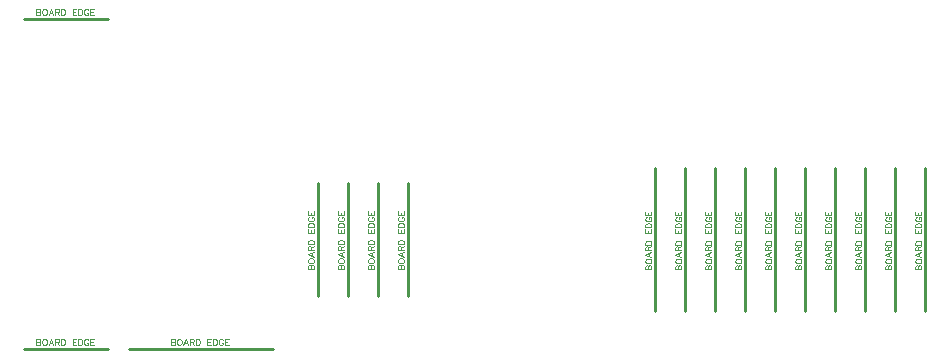
<source format=gbr>
G04 DipTrace 3.3.1.3*
G04 TopAssy.gbr*
%MOIN*%
G04 #@! TF.FileFunction,Drawing,Top*
G04 #@! TF.Part,Single*
%ADD10C,0.009843*%
%ADD69C,0.003088*%
%FSLAX26Y26*%
G04*
G70*
G90*
G75*
G01*
G04 TopAssy*
%LPD*%
X454331Y2253546D2*
D10*
X733071D1*
X804331Y1153546D2*
X1283071D1*
X3158856Y1279331D2*
Y1758071D1*
X3058856Y1279331D2*
Y1758071D1*
X2958856Y1279331D2*
Y1758071D1*
X2858856Y1279331D2*
Y1758071D1*
X2758856Y1279331D2*
Y1758071D1*
X2658856Y1279331D2*
Y1758071D1*
X2558856Y1279331D2*
Y1758071D1*
X3258856Y1279331D2*
Y1758071D1*
X3358856Y1279331D2*
Y1758071D1*
X3458856Y1279331D2*
Y1758071D1*
X1433856Y1329331D2*
Y1708071D1*
X1533856Y1329331D2*
Y1708071D1*
X1633856Y1329331D2*
Y1708071D1*
X1733856Y1329331D2*
Y1708071D1*
X454331Y1153546D2*
X733071D1*
X495233Y2286917D2*
D69*
Y2266821D1*
X503855D1*
X506729Y2267794D1*
X507679Y2268745D1*
X508630Y2270646D1*
Y2273520D1*
X507679Y2275443D1*
X506729Y2276394D1*
X503855Y2277345D1*
X506729Y2278317D1*
X507679Y2279268D1*
X508630Y2281169D1*
Y2283093D1*
X507679Y2284994D1*
X506729Y2285967D1*
X503855Y2286917D1*
X495233D1*
Y2277345D2*
X503855D1*
X520554Y2286917D2*
X518630Y2285967D1*
X516729Y2284043D1*
X515756Y2282142D1*
X514806Y2279268D1*
Y2274471D1*
X515756Y2271619D1*
X516729Y2269695D1*
X518630Y2267794D1*
X520554Y2266821D1*
X524378D1*
X526280Y2267794D1*
X528203Y2269695D1*
X529154Y2271619D1*
X530104Y2274471D1*
Y2279268D1*
X529154Y2282142D1*
X528203Y2284043D1*
X526280Y2285967D1*
X524378Y2286917D1*
X520554D1*
X551601Y2266821D2*
X543929Y2286917D1*
X536280Y2266821D1*
X539154Y2273520D2*
X548727D1*
X557776Y2277345D2*
X566376D1*
X569250Y2278317D1*
X570223Y2279268D1*
X571174Y2281169D1*
Y2283093D1*
X570223Y2284994D1*
X569250Y2285967D1*
X566376Y2286917D1*
X557776D1*
Y2266821D1*
X564475Y2277345D2*
X571174Y2266821D1*
X577350Y2286917D2*
Y2266821D1*
X584048D1*
X586922Y2267794D1*
X588846Y2269695D1*
X589796Y2271619D1*
X590747Y2274471D1*
Y2279268D1*
X589796Y2282142D1*
X588846Y2284043D1*
X586922Y2285967D1*
X584048Y2286917D1*
X577350D1*
X628788D2*
X616363D1*
Y2266821D1*
X628788D1*
X616363Y2277345D2*
X624012D1*
X634963Y2286917D2*
Y2266821D1*
X641662D1*
X644536Y2267794D1*
X646459Y2269695D1*
X647410Y2271619D1*
X648361Y2274471D1*
Y2279268D1*
X647410Y2282142D1*
X646459Y2284043D1*
X644536Y2285967D1*
X641662Y2286917D1*
X634963D1*
X668884Y2282142D2*
X667934Y2284043D1*
X666010Y2285967D1*
X664109Y2286917D1*
X660284D1*
X658361Y2285967D1*
X656460Y2284043D1*
X655487Y2282142D1*
X654536Y2279268D1*
Y2274471D1*
X655487Y2271619D1*
X656460Y2269695D1*
X658361Y2267794D1*
X660284Y2266821D1*
X664109D1*
X666010Y2267794D1*
X667934Y2269695D1*
X668884Y2271619D1*
Y2274471D1*
X664109D1*
X687485Y2286917D2*
X675060D1*
Y2266821D1*
X687485D1*
X675060Y2277345D2*
X682709D1*
X944278Y1186917D2*
Y1166821D1*
X952900D1*
X955774Y1167794D1*
X956725Y1168745D1*
X957676Y1170646D1*
Y1173520D1*
X956725Y1175443D1*
X955774Y1176394D1*
X952900Y1177345D1*
X955774Y1178317D1*
X956725Y1179268D1*
X957676Y1181169D1*
Y1183093D1*
X956725Y1184994D1*
X955774Y1185967D1*
X952900Y1186917D1*
X944278D1*
Y1177345D2*
X952900D1*
X969599Y1186917D2*
X967676Y1185967D1*
X965775Y1184043D1*
X964802Y1182142D1*
X963851Y1179268D1*
Y1174471D1*
X964802Y1171619D1*
X965775Y1169695D1*
X967676Y1167794D1*
X969599Y1166821D1*
X973424D1*
X975325Y1167794D1*
X977249Y1169695D1*
X978199Y1171619D1*
X979150Y1174471D1*
Y1179268D1*
X978199Y1182142D1*
X977249Y1184043D1*
X975325Y1185967D1*
X973424Y1186917D1*
X969599D1*
X1000646Y1166821D2*
X992975Y1186917D1*
X985326Y1166821D1*
X988200Y1173520D2*
X997772D1*
X1006822Y1177345D2*
X1015422D1*
X1018296Y1178317D1*
X1019269Y1179268D1*
X1020220Y1181169D1*
Y1183093D1*
X1019269Y1184994D1*
X1018296Y1185967D1*
X1015422Y1186917D1*
X1006822D1*
Y1166821D1*
X1013521Y1177345D2*
X1020220Y1166821D1*
X1026395Y1186917D2*
Y1166821D1*
X1033094D1*
X1035968Y1167794D1*
X1037891Y1169695D1*
X1038842Y1171619D1*
X1039793Y1174471D1*
Y1179268D1*
X1038842Y1182142D1*
X1037891Y1184043D1*
X1035968Y1185967D1*
X1033094Y1186917D1*
X1026395D1*
X1077833D2*
X1065409D1*
Y1166821D1*
X1077833D1*
X1065409Y1177345D2*
X1073058D1*
X1084009Y1186917D2*
Y1166821D1*
X1090708D1*
X1093582Y1167794D1*
X1095505Y1169695D1*
X1096456Y1171619D1*
X1097406Y1174471D1*
Y1179268D1*
X1096456Y1182142D1*
X1095505Y1184043D1*
X1093582Y1185967D1*
X1090708Y1186917D1*
X1084009D1*
X1117930Y1182142D2*
X1116979Y1184043D1*
X1115056Y1185967D1*
X1113155Y1186917D1*
X1109330D1*
X1107407Y1185967D1*
X1105505Y1184043D1*
X1104533Y1182142D1*
X1103582Y1179268D1*
Y1174471D1*
X1104533Y1171619D1*
X1105505Y1169695D1*
X1107407Y1167794D1*
X1109330Y1166821D1*
X1113155D1*
X1115056Y1167794D1*
X1116979Y1169695D1*
X1117930Y1171619D1*
Y1174471D1*
X1113155D1*
X1136530Y1186917D2*
X1124106D1*
Y1166821D1*
X1136530D1*
X1124106Y1177345D2*
X1131755D1*
X3125484Y1419279D2*
X3145580D1*
Y1427901D1*
X3144608Y1430775D1*
X3143657Y1431725D1*
X3141756Y1432676D1*
X3138882D1*
X3136958Y1431725D1*
X3136008Y1430775D1*
X3135057Y1427901D1*
X3134084Y1430775D1*
X3133134Y1431725D1*
X3131232Y1432676D1*
X3129309D1*
X3127408Y1431725D1*
X3126435Y1430775D1*
X3125484Y1427901D1*
Y1419279D1*
X3135057D2*
Y1427901D1*
X3125484Y1444600D2*
X3126435Y1442676D1*
X3128358Y1440775D1*
X3130260Y1439802D1*
X3133134Y1438852D1*
X3137931Y1438851D1*
X3140783Y1439802D1*
X3142706Y1440775D1*
X3144608Y1442676D1*
X3145580Y1444599D1*
Y1448424D1*
X3144608Y1450325D1*
X3142706Y1452249D1*
X3140783Y1453199D1*
X3137931Y1454150D1*
X3133134D1*
X3130260Y1453199D1*
X3128358Y1452249D1*
X3126435Y1450325D1*
X3125484Y1448424D1*
Y1444600D1*
X3145580Y1475646D2*
X3125484Y1467975D1*
X3145580Y1460326D1*
X3138882Y1463200D2*
Y1472772D1*
X3135057Y1481822D2*
Y1490422D1*
X3134084Y1493296D1*
X3133134Y1494269D1*
X3131232Y1495220D1*
X3129309D1*
X3127408Y1494269D1*
X3126435Y1493296D1*
X3125484Y1490422D1*
Y1481822D1*
X3145580D1*
X3135057Y1488521D2*
X3145580Y1495220D1*
X3125484Y1501395D2*
X3145580D1*
Y1508094D1*
X3144608Y1510968D1*
X3142706Y1512891D1*
X3140783Y1513842D1*
X3137931Y1514793D1*
X3133134D1*
X3130260Y1513842D1*
X3128358Y1512891D1*
X3126435Y1510968D1*
X3125484Y1508094D1*
Y1501395D1*
Y1552833D2*
Y1540409D1*
X3145580D1*
Y1552833D1*
X3135057Y1540409D2*
Y1548058D1*
X3125484Y1559009D2*
X3145580D1*
Y1565708D1*
X3144608Y1568582D1*
X3142706Y1570505D1*
X3140783Y1571456D1*
X3137931Y1572406D1*
X3133134D1*
X3130260Y1571456D1*
X3128358Y1570505D1*
X3126435Y1568582D1*
X3125484Y1565708D1*
Y1559009D1*
X3130260Y1592930D2*
X3128358Y1591979D1*
X3126435Y1590056D1*
X3125484Y1588155D1*
Y1584330D1*
X3126435Y1582407D1*
X3128358Y1580505D1*
X3130260Y1579533D1*
X3133134Y1578582D1*
X3137931D1*
X3140783Y1579533D1*
X3142706Y1580505D1*
X3144608Y1582407D1*
X3145580Y1584330D1*
Y1588155D1*
X3144608Y1590056D1*
X3142706Y1591979D1*
X3140783Y1592930D1*
X3137931D1*
Y1588155D1*
X3125484Y1611530D2*
Y1599106D1*
X3145580D1*
Y1611530D1*
X3135057Y1599106D2*
Y1606755D1*
X3025484Y1419279D2*
X3045580D1*
Y1427901D1*
X3044608Y1430775D1*
X3043657Y1431725D1*
X3041756Y1432676D1*
X3038882D1*
X3036958Y1431725D1*
X3036008Y1430775D1*
X3035057Y1427901D1*
X3034084Y1430775D1*
X3033134Y1431725D1*
X3031232Y1432676D1*
X3029309D1*
X3027408Y1431725D1*
X3026435Y1430775D1*
X3025484Y1427901D1*
Y1419279D1*
X3035057D2*
Y1427901D1*
X3025484Y1444600D2*
X3026435Y1442676D1*
X3028358Y1440775D1*
X3030260Y1439802D1*
X3033134Y1438852D1*
X3037931Y1438851D1*
X3040783Y1439802D1*
X3042706Y1440775D1*
X3044608Y1442676D1*
X3045580Y1444599D1*
Y1448424D1*
X3044608Y1450325D1*
X3042706Y1452249D1*
X3040783Y1453199D1*
X3037931Y1454150D1*
X3033134D1*
X3030260Y1453199D1*
X3028358Y1452249D1*
X3026435Y1450325D1*
X3025484Y1448424D1*
Y1444600D1*
X3045580Y1475646D2*
X3025484Y1467975D1*
X3045580Y1460326D1*
X3038882Y1463200D2*
Y1472772D1*
X3035057Y1481822D2*
Y1490422D1*
X3034084Y1493296D1*
X3033134Y1494269D1*
X3031232Y1495220D1*
X3029309D1*
X3027408Y1494269D1*
X3026435Y1493296D1*
X3025484Y1490422D1*
Y1481822D1*
X3045580D1*
X3035057Y1488521D2*
X3045580Y1495220D1*
X3025484Y1501395D2*
X3045580D1*
Y1508094D1*
X3044608Y1510968D1*
X3042706Y1512891D1*
X3040783Y1513842D1*
X3037931Y1514793D1*
X3033134D1*
X3030260Y1513842D1*
X3028358Y1512891D1*
X3026435Y1510968D1*
X3025484Y1508094D1*
Y1501395D1*
Y1552833D2*
Y1540409D1*
X3045580D1*
Y1552833D1*
X3035057Y1540409D2*
Y1548058D1*
X3025484Y1559009D2*
X3045580D1*
Y1565708D1*
X3044608Y1568582D1*
X3042706Y1570505D1*
X3040783Y1571456D1*
X3037931Y1572406D1*
X3033134D1*
X3030260Y1571456D1*
X3028358Y1570505D1*
X3026435Y1568582D1*
X3025484Y1565708D1*
Y1559009D1*
X3030260Y1592930D2*
X3028358Y1591979D1*
X3026435Y1590056D1*
X3025484Y1588155D1*
Y1584330D1*
X3026435Y1582407D1*
X3028358Y1580505D1*
X3030260Y1579533D1*
X3033134Y1578582D1*
X3037931D1*
X3040783Y1579533D1*
X3042706Y1580505D1*
X3044608Y1582407D1*
X3045580Y1584330D1*
Y1588155D1*
X3044608Y1590056D1*
X3042706Y1591979D1*
X3040783Y1592930D1*
X3037931D1*
Y1588155D1*
X3025484Y1611530D2*
Y1599106D1*
X3045580D1*
Y1611530D1*
X3035057Y1599106D2*
Y1606755D1*
X2925484Y1419279D2*
X2945580D1*
Y1427901D1*
X2944608Y1430775D1*
X2943657Y1431725D1*
X2941756Y1432676D1*
X2938882D1*
X2936958Y1431725D1*
X2936008Y1430775D1*
X2935057Y1427901D1*
X2934084Y1430775D1*
X2933134Y1431725D1*
X2931232Y1432676D1*
X2929309D1*
X2927408Y1431725D1*
X2926435Y1430775D1*
X2925484Y1427901D1*
Y1419279D1*
X2935057D2*
Y1427901D1*
X2925484Y1444600D2*
X2926435Y1442676D1*
X2928358Y1440775D1*
X2930260Y1439802D1*
X2933134Y1438852D1*
X2937931Y1438851D1*
X2940783Y1439802D1*
X2942706Y1440775D1*
X2944608Y1442676D1*
X2945580Y1444599D1*
Y1448424D1*
X2944608Y1450325D1*
X2942706Y1452249D1*
X2940783Y1453199D1*
X2937931Y1454150D1*
X2933134D1*
X2930260Y1453199D1*
X2928358Y1452249D1*
X2926435Y1450325D1*
X2925484Y1448424D1*
Y1444600D1*
X2945580Y1475646D2*
X2925484Y1467975D1*
X2945580Y1460326D1*
X2938882Y1463200D2*
Y1472772D1*
X2935057Y1481822D2*
Y1490422D1*
X2934084Y1493296D1*
X2933134Y1494269D1*
X2931232Y1495220D1*
X2929309D1*
X2927408Y1494269D1*
X2926435Y1493296D1*
X2925484Y1490422D1*
Y1481822D1*
X2945580D1*
X2935057Y1488521D2*
X2945580Y1495220D1*
X2925484Y1501395D2*
X2945580D1*
Y1508094D1*
X2944608Y1510968D1*
X2942706Y1512891D1*
X2940783Y1513842D1*
X2937931Y1514793D1*
X2933134D1*
X2930260Y1513842D1*
X2928358Y1512891D1*
X2926435Y1510968D1*
X2925484Y1508094D1*
Y1501395D1*
Y1552833D2*
Y1540409D1*
X2945580D1*
Y1552833D1*
X2935057Y1540409D2*
Y1548058D1*
X2925484Y1559009D2*
X2945580D1*
Y1565708D1*
X2944608Y1568582D1*
X2942706Y1570505D1*
X2940783Y1571456D1*
X2937931Y1572406D1*
X2933134D1*
X2930260Y1571456D1*
X2928358Y1570505D1*
X2926435Y1568582D1*
X2925484Y1565708D1*
Y1559009D1*
X2930260Y1592930D2*
X2928358Y1591979D1*
X2926435Y1590056D1*
X2925484Y1588155D1*
Y1584330D1*
X2926435Y1582407D1*
X2928358Y1580505D1*
X2930260Y1579533D1*
X2933134Y1578582D1*
X2937931D1*
X2940783Y1579533D1*
X2942706Y1580505D1*
X2944608Y1582407D1*
X2945580Y1584330D1*
Y1588155D1*
X2944608Y1590056D1*
X2942706Y1591979D1*
X2940783Y1592930D1*
X2937931D1*
Y1588155D1*
X2925484Y1611530D2*
Y1599106D1*
X2945580D1*
Y1611530D1*
X2935057Y1599106D2*
Y1606755D1*
X2825484Y1419279D2*
X2845580D1*
Y1427901D1*
X2844608Y1430775D1*
X2843657Y1431725D1*
X2841756Y1432676D1*
X2838882D1*
X2836958Y1431725D1*
X2836008Y1430775D1*
X2835057Y1427901D1*
X2834084Y1430775D1*
X2833134Y1431725D1*
X2831232Y1432676D1*
X2829309D1*
X2827408Y1431725D1*
X2826435Y1430775D1*
X2825484Y1427901D1*
Y1419279D1*
X2835057D2*
Y1427901D1*
X2825484Y1444600D2*
X2826435Y1442676D1*
X2828358Y1440775D1*
X2830260Y1439802D1*
X2833134Y1438852D1*
X2837931Y1438851D1*
X2840783Y1439802D1*
X2842706Y1440775D1*
X2844608Y1442676D1*
X2845580Y1444599D1*
Y1448424D1*
X2844608Y1450325D1*
X2842706Y1452249D1*
X2840783Y1453199D1*
X2837931Y1454150D1*
X2833134D1*
X2830260Y1453199D1*
X2828358Y1452249D1*
X2826435Y1450325D1*
X2825484Y1448424D1*
Y1444600D1*
X2845580Y1475646D2*
X2825484Y1467975D1*
X2845580Y1460326D1*
X2838882Y1463200D2*
Y1472772D1*
X2835057Y1481822D2*
Y1490422D1*
X2834084Y1493296D1*
X2833134Y1494269D1*
X2831232Y1495220D1*
X2829309D1*
X2827408Y1494269D1*
X2826435Y1493296D1*
X2825484Y1490422D1*
Y1481822D1*
X2845580D1*
X2835057Y1488521D2*
X2845580Y1495220D1*
X2825484Y1501395D2*
X2845580D1*
Y1508094D1*
X2844608Y1510968D1*
X2842706Y1512891D1*
X2840783Y1513842D1*
X2837931Y1514793D1*
X2833134D1*
X2830260Y1513842D1*
X2828358Y1512891D1*
X2826435Y1510968D1*
X2825484Y1508094D1*
Y1501395D1*
Y1552833D2*
Y1540409D1*
X2845580D1*
Y1552833D1*
X2835057Y1540409D2*
Y1548058D1*
X2825484Y1559009D2*
X2845580D1*
Y1565708D1*
X2844608Y1568582D1*
X2842706Y1570505D1*
X2840783Y1571456D1*
X2837931Y1572406D1*
X2833134D1*
X2830260Y1571456D1*
X2828358Y1570505D1*
X2826435Y1568582D1*
X2825484Y1565708D1*
Y1559009D1*
X2830260Y1592930D2*
X2828358Y1591979D1*
X2826435Y1590056D1*
X2825484Y1588155D1*
Y1584330D1*
X2826435Y1582407D1*
X2828358Y1580505D1*
X2830260Y1579533D1*
X2833134Y1578582D1*
X2837931D1*
X2840783Y1579533D1*
X2842706Y1580505D1*
X2844608Y1582407D1*
X2845580Y1584330D1*
Y1588155D1*
X2844608Y1590056D1*
X2842706Y1591979D1*
X2840783Y1592930D1*
X2837931D1*
Y1588155D1*
X2825484Y1611530D2*
Y1599106D1*
X2845580D1*
Y1611530D1*
X2835057Y1599106D2*
Y1606755D1*
X2725484Y1419279D2*
X2745580D1*
Y1427901D1*
X2744608Y1430775D1*
X2743657Y1431725D1*
X2741756Y1432676D1*
X2738882D1*
X2736958Y1431725D1*
X2736008Y1430775D1*
X2735057Y1427901D1*
X2734084Y1430775D1*
X2733134Y1431725D1*
X2731232Y1432676D1*
X2729309D1*
X2727408Y1431725D1*
X2726435Y1430775D1*
X2725484Y1427901D1*
Y1419279D1*
X2735057D2*
Y1427901D1*
X2725484Y1444600D2*
X2726435Y1442676D1*
X2728358Y1440775D1*
X2730260Y1439802D1*
X2733134Y1438852D1*
X2737931Y1438851D1*
X2740783Y1439802D1*
X2742706Y1440775D1*
X2744608Y1442676D1*
X2745580Y1444599D1*
Y1448424D1*
X2744608Y1450325D1*
X2742706Y1452249D1*
X2740783Y1453199D1*
X2737931Y1454150D1*
X2733134D1*
X2730260Y1453199D1*
X2728358Y1452249D1*
X2726435Y1450325D1*
X2725484Y1448424D1*
Y1444600D1*
X2745580Y1475646D2*
X2725484Y1467975D1*
X2745580Y1460326D1*
X2738882Y1463200D2*
Y1472772D1*
X2735057Y1481822D2*
Y1490422D1*
X2734084Y1493296D1*
X2733134Y1494269D1*
X2731232Y1495220D1*
X2729309D1*
X2727408Y1494269D1*
X2726435Y1493296D1*
X2725484Y1490422D1*
Y1481822D1*
X2745580D1*
X2735057Y1488521D2*
X2745580Y1495220D1*
X2725484Y1501395D2*
X2745580D1*
Y1508094D1*
X2744608Y1510968D1*
X2742706Y1512891D1*
X2740783Y1513842D1*
X2737931Y1514793D1*
X2733134D1*
X2730260Y1513842D1*
X2728358Y1512891D1*
X2726435Y1510968D1*
X2725484Y1508094D1*
Y1501395D1*
Y1552833D2*
Y1540409D1*
X2745580D1*
Y1552833D1*
X2735057Y1540409D2*
Y1548058D1*
X2725484Y1559009D2*
X2745580D1*
Y1565708D1*
X2744608Y1568582D1*
X2742706Y1570505D1*
X2740783Y1571456D1*
X2737931Y1572406D1*
X2733134D1*
X2730260Y1571456D1*
X2728358Y1570505D1*
X2726435Y1568582D1*
X2725484Y1565708D1*
Y1559009D1*
X2730260Y1592930D2*
X2728358Y1591979D1*
X2726435Y1590056D1*
X2725484Y1588155D1*
Y1584330D1*
X2726435Y1582407D1*
X2728358Y1580505D1*
X2730260Y1579533D1*
X2733134Y1578582D1*
X2737931D1*
X2740783Y1579533D1*
X2742706Y1580505D1*
X2744608Y1582407D1*
X2745580Y1584330D1*
Y1588155D1*
X2744608Y1590056D1*
X2742706Y1591979D1*
X2740783Y1592930D1*
X2737931D1*
Y1588155D1*
X2725484Y1611530D2*
Y1599106D1*
X2745580D1*
Y1611530D1*
X2735057Y1599106D2*
Y1606755D1*
X2625484Y1419279D2*
X2645580D1*
Y1427901D1*
X2644608Y1430775D1*
X2643657Y1431725D1*
X2641756Y1432676D1*
X2638882D1*
X2636958Y1431725D1*
X2636008Y1430775D1*
X2635057Y1427901D1*
X2634084Y1430775D1*
X2633134Y1431725D1*
X2631232Y1432676D1*
X2629309D1*
X2627408Y1431725D1*
X2626435Y1430775D1*
X2625484Y1427901D1*
Y1419279D1*
X2635057D2*
Y1427901D1*
X2625484Y1444600D2*
X2626435Y1442676D1*
X2628358Y1440775D1*
X2630260Y1439802D1*
X2633134Y1438852D1*
X2637931Y1438851D1*
X2640783Y1439802D1*
X2642706Y1440775D1*
X2644608Y1442676D1*
X2645580Y1444599D1*
Y1448424D1*
X2644608Y1450325D1*
X2642706Y1452249D1*
X2640783Y1453199D1*
X2637931Y1454150D1*
X2633134D1*
X2630260Y1453199D1*
X2628358Y1452249D1*
X2626435Y1450325D1*
X2625484Y1448424D1*
Y1444600D1*
X2645580Y1475646D2*
X2625484Y1467975D1*
X2645580Y1460326D1*
X2638882Y1463200D2*
Y1472772D1*
X2635057Y1481822D2*
Y1490422D1*
X2634084Y1493296D1*
X2633134Y1494269D1*
X2631232Y1495220D1*
X2629309D1*
X2627408Y1494269D1*
X2626435Y1493296D1*
X2625484Y1490422D1*
Y1481822D1*
X2645580D1*
X2635057Y1488521D2*
X2645580Y1495220D1*
X2625484Y1501395D2*
X2645580D1*
Y1508094D1*
X2644608Y1510968D1*
X2642706Y1512891D1*
X2640783Y1513842D1*
X2637931Y1514793D1*
X2633134D1*
X2630260Y1513842D1*
X2628358Y1512891D1*
X2626435Y1510968D1*
X2625484Y1508094D1*
Y1501395D1*
Y1552833D2*
Y1540409D1*
X2645580D1*
Y1552833D1*
X2635057Y1540409D2*
Y1548058D1*
X2625484Y1559009D2*
X2645580D1*
Y1565708D1*
X2644608Y1568582D1*
X2642706Y1570505D1*
X2640783Y1571456D1*
X2637931Y1572406D1*
X2633134D1*
X2630260Y1571456D1*
X2628358Y1570505D1*
X2626435Y1568582D1*
X2625484Y1565708D1*
Y1559009D1*
X2630260Y1592930D2*
X2628358Y1591979D1*
X2626435Y1590056D1*
X2625484Y1588155D1*
Y1584330D1*
X2626435Y1582407D1*
X2628358Y1580505D1*
X2630260Y1579533D1*
X2633134Y1578582D1*
X2637931D1*
X2640783Y1579533D1*
X2642706Y1580505D1*
X2644608Y1582407D1*
X2645580Y1584330D1*
Y1588155D1*
X2644608Y1590056D1*
X2642706Y1591979D1*
X2640783Y1592930D1*
X2637931D1*
Y1588155D1*
X2625484Y1611530D2*
Y1599106D1*
X2645580D1*
Y1611530D1*
X2635057Y1599106D2*
Y1606755D1*
X2525484Y1419279D2*
X2545580D1*
Y1427901D1*
X2544608Y1430775D1*
X2543657Y1431725D1*
X2541756Y1432676D1*
X2538882D1*
X2536958Y1431725D1*
X2536008Y1430775D1*
X2535057Y1427901D1*
X2534084Y1430775D1*
X2533134Y1431725D1*
X2531232Y1432676D1*
X2529309D1*
X2527408Y1431725D1*
X2526435Y1430775D1*
X2525484Y1427901D1*
Y1419279D1*
X2535057D2*
Y1427901D1*
X2525484Y1444600D2*
X2526435Y1442676D1*
X2528358Y1440775D1*
X2530260Y1439802D1*
X2533134Y1438852D1*
X2537931Y1438851D1*
X2540783Y1439802D1*
X2542706Y1440775D1*
X2544608Y1442676D1*
X2545580Y1444599D1*
Y1448424D1*
X2544608Y1450325D1*
X2542706Y1452249D1*
X2540783Y1453199D1*
X2537931Y1454150D1*
X2533134D1*
X2530260Y1453199D1*
X2528358Y1452249D1*
X2526435Y1450325D1*
X2525484Y1448424D1*
Y1444600D1*
X2545580Y1475646D2*
X2525484Y1467975D1*
X2545580Y1460326D1*
X2538882Y1463200D2*
Y1472772D1*
X2535057Y1481822D2*
Y1490422D1*
X2534084Y1493296D1*
X2533134Y1494269D1*
X2531232Y1495220D1*
X2529309D1*
X2527408Y1494269D1*
X2526435Y1493296D1*
X2525484Y1490422D1*
Y1481822D1*
X2545580D1*
X2535057Y1488521D2*
X2545580Y1495220D1*
X2525484Y1501395D2*
X2545580D1*
Y1508094D1*
X2544608Y1510968D1*
X2542706Y1512891D1*
X2540783Y1513842D1*
X2537931Y1514793D1*
X2533134D1*
X2530260Y1513842D1*
X2528358Y1512891D1*
X2526435Y1510968D1*
X2525484Y1508094D1*
Y1501395D1*
Y1552833D2*
Y1540409D1*
X2545580D1*
Y1552833D1*
X2535057Y1540409D2*
Y1548058D1*
X2525484Y1559009D2*
X2545580D1*
Y1565708D1*
X2544608Y1568582D1*
X2542706Y1570505D1*
X2540783Y1571456D1*
X2537931Y1572406D1*
X2533134D1*
X2530260Y1571456D1*
X2528358Y1570505D1*
X2526435Y1568582D1*
X2525484Y1565708D1*
Y1559009D1*
X2530260Y1592930D2*
X2528358Y1591979D1*
X2526435Y1590056D1*
X2525484Y1588155D1*
Y1584330D1*
X2526435Y1582407D1*
X2528358Y1580505D1*
X2530260Y1579533D1*
X2533134Y1578582D1*
X2537931D1*
X2540783Y1579533D1*
X2542706Y1580505D1*
X2544608Y1582407D1*
X2545580Y1584330D1*
Y1588155D1*
X2544608Y1590056D1*
X2542706Y1591979D1*
X2540783Y1592930D1*
X2537931D1*
Y1588155D1*
X2525484Y1611530D2*
Y1599106D1*
X2545580D1*
Y1611530D1*
X2535057Y1599106D2*
Y1606755D1*
X3225484Y1419279D2*
X3245580D1*
Y1427901D1*
X3244608Y1430775D1*
X3243657Y1431725D1*
X3241756Y1432676D1*
X3238882D1*
X3236958Y1431725D1*
X3236008Y1430775D1*
X3235057Y1427901D1*
X3234084Y1430775D1*
X3233134Y1431725D1*
X3231232Y1432676D1*
X3229309D1*
X3227408Y1431725D1*
X3226435Y1430775D1*
X3225484Y1427901D1*
Y1419279D1*
X3235057D2*
Y1427901D1*
X3225484Y1444600D2*
X3226435Y1442676D1*
X3228358Y1440775D1*
X3230260Y1439802D1*
X3233134Y1438852D1*
X3237931Y1438851D1*
X3240783Y1439802D1*
X3242706Y1440775D1*
X3244608Y1442676D1*
X3245580Y1444599D1*
Y1448424D1*
X3244608Y1450325D1*
X3242706Y1452249D1*
X3240783Y1453199D1*
X3237931Y1454150D1*
X3233134D1*
X3230260Y1453199D1*
X3228358Y1452249D1*
X3226435Y1450325D1*
X3225484Y1448424D1*
Y1444600D1*
X3245580Y1475646D2*
X3225484Y1467975D1*
X3245580Y1460326D1*
X3238882Y1463200D2*
Y1472772D1*
X3235057Y1481822D2*
Y1490422D1*
X3234084Y1493296D1*
X3233134Y1494269D1*
X3231232Y1495220D1*
X3229309D1*
X3227408Y1494269D1*
X3226435Y1493296D1*
X3225484Y1490422D1*
Y1481822D1*
X3245580D1*
X3235057Y1488521D2*
X3245580Y1495220D1*
X3225484Y1501395D2*
X3245580D1*
Y1508094D1*
X3244608Y1510968D1*
X3242706Y1512891D1*
X3240783Y1513842D1*
X3237931Y1514793D1*
X3233134D1*
X3230260Y1513842D1*
X3228358Y1512891D1*
X3226435Y1510968D1*
X3225484Y1508094D1*
Y1501395D1*
Y1552833D2*
Y1540409D1*
X3245580D1*
Y1552833D1*
X3235057Y1540409D2*
Y1548058D1*
X3225484Y1559009D2*
X3245580D1*
Y1565708D1*
X3244608Y1568582D1*
X3242706Y1570505D1*
X3240783Y1571456D1*
X3237931Y1572406D1*
X3233134D1*
X3230260Y1571456D1*
X3228358Y1570505D1*
X3226435Y1568582D1*
X3225484Y1565708D1*
Y1559009D1*
X3230260Y1592930D2*
X3228358Y1591979D1*
X3226435Y1590056D1*
X3225484Y1588155D1*
Y1584330D1*
X3226435Y1582407D1*
X3228358Y1580505D1*
X3230260Y1579533D1*
X3233134Y1578582D1*
X3237931D1*
X3240783Y1579533D1*
X3242706Y1580505D1*
X3244608Y1582407D1*
X3245580Y1584330D1*
Y1588155D1*
X3244608Y1590056D1*
X3242706Y1591979D1*
X3240783Y1592930D1*
X3237931D1*
Y1588155D1*
X3225484Y1611530D2*
Y1599106D1*
X3245580D1*
Y1611530D1*
X3235057Y1599106D2*
Y1606755D1*
X3325484Y1419279D2*
X3345580D1*
Y1427901D1*
X3344608Y1430775D1*
X3343657Y1431725D1*
X3341756Y1432676D1*
X3338882D1*
X3336958Y1431725D1*
X3336008Y1430775D1*
X3335057Y1427901D1*
X3334084Y1430775D1*
X3333134Y1431725D1*
X3331232Y1432676D1*
X3329309D1*
X3327408Y1431725D1*
X3326435Y1430775D1*
X3325484Y1427901D1*
Y1419279D1*
X3335057D2*
Y1427901D1*
X3325484Y1444600D2*
X3326435Y1442676D1*
X3328358Y1440775D1*
X3330260Y1439802D1*
X3333134Y1438852D1*
X3337931Y1438851D1*
X3340783Y1439802D1*
X3342706Y1440775D1*
X3344608Y1442676D1*
X3345580Y1444599D1*
Y1448424D1*
X3344608Y1450325D1*
X3342706Y1452249D1*
X3340783Y1453199D1*
X3337931Y1454150D1*
X3333134D1*
X3330260Y1453199D1*
X3328358Y1452249D1*
X3326435Y1450325D1*
X3325484Y1448424D1*
Y1444600D1*
X3345580Y1475646D2*
X3325484Y1467975D1*
X3345580Y1460326D1*
X3338882Y1463200D2*
Y1472772D1*
X3335057Y1481822D2*
Y1490422D1*
X3334084Y1493296D1*
X3333134Y1494269D1*
X3331232Y1495220D1*
X3329309D1*
X3327408Y1494269D1*
X3326435Y1493296D1*
X3325484Y1490422D1*
Y1481822D1*
X3345580D1*
X3335057Y1488521D2*
X3345580Y1495220D1*
X3325484Y1501395D2*
X3345580D1*
Y1508094D1*
X3344608Y1510968D1*
X3342706Y1512891D1*
X3340783Y1513842D1*
X3337931Y1514793D1*
X3333134D1*
X3330260Y1513842D1*
X3328358Y1512891D1*
X3326435Y1510968D1*
X3325484Y1508094D1*
Y1501395D1*
Y1552833D2*
Y1540409D1*
X3345580D1*
Y1552833D1*
X3335057Y1540409D2*
Y1548058D1*
X3325484Y1559009D2*
X3345580D1*
Y1565708D1*
X3344608Y1568582D1*
X3342706Y1570505D1*
X3340783Y1571456D1*
X3337931Y1572406D1*
X3333134D1*
X3330260Y1571456D1*
X3328358Y1570505D1*
X3326435Y1568582D1*
X3325484Y1565708D1*
Y1559009D1*
X3330260Y1592930D2*
X3328358Y1591979D1*
X3326435Y1590056D1*
X3325484Y1588155D1*
Y1584330D1*
X3326435Y1582407D1*
X3328358Y1580505D1*
X3330260Y1579533D1*
X3333134Y1578582D1*
X3337931D1*
X3340783Y1579533D1*
X3342706Y1580505D1*
X3344608Y1582407D1*
X3345580Y1584330D1*
Y1588155D1*
X3344608Y1590056D1*
X3342706Y1591979D1*
X3340783Y1592930D1*
X3337931D1*
Y1588155D1*
X3325484Y1611530D2*
Y1599106D1*
X3345580D1*
Y1611530D1*
X3335057Y1599106D2*
Y1606755D1*
X3425484Y1419279D2*
X3445580D1*
Y1427901D1*
X3444608Y1430775D1*
X3443657Y1431725D1*
X3441756Y1432676D1*
X3438882D1*
X3436958Y1431725D1*
X3436008Y1430775D1*
X3435057Y1427901D1*
X3434084Y1430775D1*
X3433134Y1431725D1*
X3431232Y1432676D1*
X3429309D1*
X3427408Y1431725D1*
X3426435Y1430775D1*
X3425484Y1427901D1*
Y1419279D1*
X3435057D2*
Y1427901D1*
X3425484Y1444600D2*
X3426435Y1442676D1*
X3428358Y1440775D1*
X3430260Y1439802D1*
X3433134Y1438852D1*
X3437931Y1438851D1*
X3440783Y1439802D1*
X3442706Y1440775D1*
X3444608Y1442676D1*
X3445580Y1444599D1*
Y1448424D1*
X3444608Y1450325D1*
X3442706Y1452249D1*
X3440783Y1453199D1*
X3437931Y1454150D1*
X3433134D1*
X3430260Y1453199D1*
X3428358Y1452249D1*
X3426435Y1450325D1*
X3425484Y1448424D1*
Y1444600D1*
X3445580Y1475646D2*
X3425484Y1467975D1*
X3445580Y1460326D1*
X3438882Y1463200D2*
Y1472772D1*
X3435057Y1481822D2*
Y1490422D1*
X3434084Y1493296D1*
X3433134Y1494269D1*
X3431232Y1495220D1*
X3429309D1*
X3427408Y1494269D1*
X3426435Y1493296D1*
X3425484Y1490422D1*
Y1481822D1*
X3445580D1*
X3435057Y1488521D2*
X3445580Y1495220D1*
X3425484Y1501395D2*
X3445580D1*
Y1508094D1*
X3444608Y1510968D1*
X3442706Y1512891D1*
X3440783Y1513842D1*
X3437931Y1514793D1*
X3433134D1*
X3430260Y1513842D1*
X3428358Y1512891D1*
X3426435Y1510968D1*
X3425484Y1508094D1*
Y1501395D1*
Y1552833D2*
Y1540409D1*
X3445580D1*
Y1552833D1*
X3435057Y1540409D2*
Y1548058D1*
X3425484Y1559009D2*
X3445580D1*
Y1565708D1*
X3444608Y1568582D1*
X3442706Y1570505D1*
X3440783Y1571456D1*
X3437931Y1572406D1*
X3433134D1*
X3430260Y1571456D1*
X3428358Y1570505D1*
X3426435Y1568582D1*
X3425484Y1565708D1*
Y1559009D1*
X3430260Y1592930D2*
X3428358Y1591979D1*
X3426435Y1590056D1*
X3425484Y1588155D1*
Y1584330D1*
X3426435Y1582407D1*
X3428358Y1580505D1*
X3430260Y1579533D1*
X3433134Y1578582D1*
X3437931D1*
X3440783Y1579533D1*
X3442706Y1580505D1*
X3444608Y1582407D1*
X3445580Y1584330D1*
Y1588155D1*
X3444608Y1590056D1*
X3442706Y1591979D1*
X3440783Y1592930D1*
X3437931D1*
Y1588155D1*
X3425484Y1611530D2*
Y1599106D1*
X3445580D1*
Y1611530D1*
X3435057Y1599106D2*
Y1606755D1*
X1400484Y1420257D2*
X1420580D1*
Y1428879D1*
X1419608Y1431753D1*
X1418657Y1432704D1*
X1416756Y1433655D1*
X1413882D1*
X1411958Y1432704D1*
X1411008Y1431753D1*
X1410057Y1428879D1*
X1409084Y1431753D1*
X1408134Y1432704D1*
X1406232Y1433655D1*
X1404309D1*
X1402408Y1432704D1*
X1401435Y1431753D1*
X1400484Y1428879D1*
Y1420257D1*
X1410057D2*
Y1428879D1*
X1400484Y1445578D2*
X1401435Y1443655D1*
X1403358Y1441754D1*
X1405260Y1440781D1*
X1408134Y1439830D1*
X1412931D1*
X1415783Y1440781D1*
X1417706Y1441754D1*
X1419608Y1443655D1*
X1420580Y1445578D1*
Y1449403D1*
X1419608Y1451304D1*
X1417706Y1453228D1*
X1415783Y1454178D1*
X1412931Y1455129D1*
X1408134D1*
X1405260Y1454178D1*
X1403358Y1453228D1*
X1401435Y1451304D1*
X1400484Y1449403D1*
Y1445578D1*
X1420580Y1476625D2*
X1400484Y1468954D1*
X1420580Y1461305D1*
X1413882Y1464179D2*
Y1473751D1*
X1410057Y1482801D2*
Y1491401D1*
X1409084Y1494275D1*
X1408134Y1495248D1*
X1406232Y1496198D1*
X1404309D1*
X1402408Y1495248D1*
X1401435Y1494275D1*
X1400484Y1491401D1*
Y1482801D1*
X1420580D1*
X1410057Y1489500D2*
X1420580Y1496198D1*
X1400484Y1502374D2*
X1420580D1*
Y1509073D1*
X1419608Y1511947D1*
X1417706Y1513870D1*
X1415783Y1514821D1*
X1412931Y1515771D1*
X1408134D1*
X1405260Y1514821D1*
X1403358Y1513870D1*
X1401435Y1511947D1*
X1400484Y1509073D1*
Y1502374D1*
Y1553812D2*
Y1541388D1*
X1420580D1*
Y1553812D1*
X1410057Y1541388D2*
Y1549037D1*
X1400484Y1559988D2*
X1420580D1*
Y1566686D1*
X1419608Y1569560D1*
X1417706Y1571484D1*
X1415783Y1572435D1*
X1412931Y1573385D1*
X1408134D1*
X1405260Y1572435D1*
X1403358Y1571484D1*
X1401435Y1569560D1*
X1400484Y1566686D1*
Y1559988D1*
X1405260Y1593909D2*
X1403358Y1592958D1*
X1401435Y1591035D1*
X1400484Y1589134D1*
Y1585309D1*
X1401435Y1583385D1*
X1403358Y1581484D1*
X1405260Y1580511D1*
X1408134Y1579561D1*
X1412931D1*
X1415783Y1580511D1*
X1417706Y1581484D1*
X1419608Y1583385D1*
X1420580Y1585309D1*
Y1589134D1*
X1419608Y1591035D1*
X1417706Y1592958D1*
X1415783Y1593909D1*
X1412931D1*
Y1589134D1*
X1400484Y1612509D2*
Y1600085D1*
X1420580D1*
Y1612509D1*
X1410057Y1600085D2*
Y1607734D1*
X1500484Y1420257D2*
X1520580D1*
Y1428879D1*
X1519608Y1431753D1*
X1518657Y1432704D1*
X1516756Y1433655D1*
X1513882D1*
X1511958Y1432704D1*
X1511008Y1431753D1*
X1510057Y1428879D1*
X1509084Y1431753D1*
X1508134Y1432704D1*
X1506232Y1433655D1*
X1504309D1*
X1502408Y1432704D1*
X1501435Y1431753D1*
X1500484Y1428879D1*
Y1420257D1*
X1510057D2*
Y1428879D1*
X1500484Y1445578D2*
X1501435Y1443655D1*
X1503358Y1441754D1*
X1505260Y1440781D1*
X1508134Y1439830D1*
X1512931D1*
X1515783Y1440781D1*
X1517706Y1441754D1*
X1519608Y1443655D1*
X1520580Y1445578D1*
Y1449403D1*
X1519608Y1451304D1*
X1517706Y1453228D1*
X1515783Y1454178D1*
X1512931Y1455129D1*
X1508134D1*
X1505260Y1454178D1*
X1503358Y1453228D1*
X1501435Y1451304D1*
X1500484Y1449403D1*
Y1445578D1*
X1520580Y1476625D2*
X1500484Y1468954D1*
X1520580Y1461305D1*
X1513882Y1464179D2*
Y1473751D1*
X1510057Y1482801D2*
Y1491401D1*
X1509084Y1494275D1*
X1508134Y1495248D1*
X1506232Y1496198D1*
X1504309D1*
X1502408Y1495248D1*
X1501435Y1494275D1*
X1500484Y1491401D1*
Y1482801D1*
X1520580D1*
X1510057Y1489500D2*
X1520580Y1496198D1*
X1500484Y1502374D2*
X1520580D1*
Y1509073D1*
X1519608Y1511947D1*
X1517706Y1513870D1*
X1515783Y1514821D1*
X1512931Y1515771D1*
X1508134D1*
X1505260Y1514821D1*
X1503358Y1513870D1*
X1501435Y1511947D1*
X1500484Y1509073D1*
Y1502374D1*
Y1553812D2*
Y1541388D1*
X1520580D1*
Y1553812D1*
X1510057Y1541388D2*
Y1549037D1*
X1500484Y1559988D2*
X1520580D1*
Y1566686D1*
X1519608Y1569560D1*
X1517706Y1571484D1*
X1515783Y1572435D1*
X1512931Y1573385D1*
X1508134D1*
X1505260Y1572435D1*
X1503358Y1571484D1*
X1501435Y1569560D1*
X1500484Y1566686D1*
Y1559988D1*
X1505260Y1593909D2*
X1503358Y1592958D1*
X1501435Y1591035D1*
X1500484Y1589134D1*
Y1585309D1*
X1501435Y1583385D1*
X1503358Y1581484D1*
X1505260Y1580511D1*
X1508134Y1579561D1*
X1512931D1*
X1515783Y1580511D1*
X1517706Y1581484D1*
X1519608Y1583385D1*
X1520580Y1585309D1*
Y1589134D1*
X1519608Y1591035D1*
X1517706Y1592958D1*
X1515783Y1593909D1*
X1512931D1*
Y1589134D1*
X1500484Y1612509D2*
Y1600085D1*
X1520580D1*
Y1612509D1*
X1510057Y1600085D2*
Y1607734D1*
X1600484Y1420257D2*
X1620580D1*
Y1428879D1*
X1619608Y1431753D1*
X1618657Y1432704D1*
X1616756Y1433655D1*
X1613882D1*
X1611958Y1432704D1*
X1611008Y1431753D1*
X1610057Y1428879D1*
X1609084Y1431753D1*
X1608134Y1432704D1*
X1606232Y1433655D1*
X1604309D1*
X1602408Y1432704D1*
X1601435Y1431753D1*
X1600484Y1428879D1*
Y1420257D1*
X1610057D2*
Y1428879D1*
X1600484Y1445578D2*
X1601435Y1443655D1*
X1603358Y1441754D1*
X1605260Y1440781D1*
X1608134Y1439830D1*
X1612931D1*
X1615783Y1440781D1*
X1617706Y1441754D1*
X1619608Y1443655D1*
X1620580Y1445578D1*
Y1449403D1*
X1619608Y1451304D1*
X1617706Y1453228D1*
X1615783Y1454178D1*
X1612931Y1455129D1*
X1608134D1*
X1605260Y1454178D1*
X1603358Y1453228D1*
X1601435Y1451304D1*
X1600484Y1449403D1*
Y1445578D1*
X1620580Y1476625D2*
X1600484Y1468954D1*
X1620580Y1461305D1*
X1613882Y1464179D2*
Y1473751D1*
X1610057Y1482801D2*
Y1491401D1*
X1609084Y1494275D1*
X1608134Y1495248D1*
X1606232Y1496198D1*
X1604309D1*
X1602408Y1495248D1*
X1601435Y1494275D1*
X1600484Y1491401D1*
Y1482801D1*
X1620580D1*
X1610057Y1489500D2*
X1620580Y1496198D1*
X1600484Y1502374D2*
X1620580D1*
Y1509073D1*
X1619608Y1511947D1*
X1617706Y1513870D1*
X1615783Y1514821D1*
X1612931Y1515771D1*
X1608134D1*
X1605260Y1514821D1*
X1603358Y1513870D1*
X1601435Y1511947D1*
X1600484Y1509073D1*
Y1502374D1*
Y1553812D2*
Y1541388D1*
X1620580D1*
Y1553812D1*
X1610057Y1541388D2*
Y1549037D1*
X1600484Y1559988D2*
X1620580D1*
Y1566686D1*
X1619608Y1569560D1*
X1617706Y1571484D1*
X1615783Y1572435D1*
X1612931Y1573385D1*
X1608134D1*
X1605260Y1572435D1*
X1603358Y1571484D1*
X1601435Y1569560D1*
X1600484Y1566686D1*
Y1559988D1*
X1605260Y1593909D2*
X1603358Y1592958D1*
X1601435Y1591035D1*
X1600484Y1589134D1*
Y1585309D1*
X1601435Y1583385D1*
X1603358Y1581484D1*
X1605260Y1580511D1*
X1608134Y1579561D1*
X1612931D1*
X1615783Y1580511D1*
X1617706Y1581484D1*
X1619608Y1583385D1*
X1620580Y1585309D1*
Y1589134D1*
X1619608Y1591035D1*
X1617706Y1592958D1*
X1615783Y1593909D1*
X1612931D1*
Y1589134D1*
X1600484Y1612509D2*
Y1600085D1*
X1620580D1*
Y1612509D1*
X1610057Y1600085D2*
Y1607734D1*
X1700484Y1420257D2*
X1720580D1*
Y1428879D1*
X1719608Y1431753D1*
X1718657Y1432704D1*
X1716756Y1433655D1*
X1713882D1*
X1711958Y1432704D1*
X1711008Y1431753D1*
X1710057Y1428879D1*
X1709084Y1431753D1*
X1708134Y1432704D1*
X1706232Y1433655D1*
X1704309D1*
X1702408Y1432704D1*
X1701435Y1431753D1*
X1700484Y1428879D1*
Y1420257D1*
X1710057D2*
Y1428879D1*
X1700484Y1445578D2*
X1701435Y1443655D1*
X1703358Y1441754D1*
X1705260Y1440781D1*
X1708134Y1439830D1*
X1712931D1*
X1715783Y1440781D1*
X1717706Y1441754D1*
X1719608Y1443655D1*
X1720580Y1445578D1*
Y1449403D1*
X1719608Y1451304D1*
X1717706Y1453228D1*
X1715783Y1454178D1*
X1712931Y1455129D1*
X1708134D1*
X1705260Y1454178D1*
X1703358Y1453228D1*
X1701435Y1451304D1*
X1700484Y1449403D1*
Y1445578D1*
X1720580Y1476625D2*
X1700484Y1468954D1*
X1720580Y1461305D1*
X1713882Y1464179D2*
Y1473751D1*
X1710057Y1482801D2*
Y1491401D1*
X1709084Y1494275D1*
X1708134Y1495248D1*
X1706232Y1496198D1*
X1704309D1*
X1702408Y1495248D1*
X1701435Y1494275D1*
X1700484Y1491401D1*
Y1482801D1*
X1720580D1*
X1710057Y1489500D2*
X1720580Y1496198D1*
X1700484Y1502374D2*
X1720580D1*
Y1509073D1*
X1719608Y1511947D1*
X1717706Y1513870D1*
X1715783Y1514821D1*
X1712931Y1515771D1*
X1708134D1*
X1705260Y1514821D1*
X1703358Y1513870D1*
X1701435Y1511947D1*
X1700484Y1509073D1*
Y1502374D1*
Y1553812D2*
Y1541388D1*
X1720580D1*
Y1553812D1*
X1710057Y1541388D2*
Y1549037D1*
X1700484Y1559988D2*
X1720580D1*
Y1566686D1*
X1719608Y1569560D1*
X1717706Y1571484D1*
X1715783Y1572435D1*
X1712931Y1573385D1*
X1708134D1*
X1705260Y1572435D1*
X1703358Y1571484D1*
X1701435Y1569560D1*
X1700484Y1566686D1*
Y1559988D1*
X1705260Y1593909D2*
X1703358Y1592958D1*
X1701435Y1591035D1*
X1700484Y1589134D1*
Y1585309D1*
X1701435Y1583385D1*
X1703358Y1581484D1*
X1705260Y1580511D1*
X1708134Y1579561D1*
X1712931D1*
X1715783Y1580511D1*
X1717706Y1581484D1*
X1719608Y1583385D1*
X1720580Y1585309D1*
Y1589134D1*
X1719608Y1591035D1*
X1717706Y1592958D1*
X1715783Y1593909D1*
X1712931D1*
Y1589134D1*
X1700484Y1612509D2*
Y1600085D1*
X1720580D1*
Y1612509D1*
X1710057Y1600085D2*
Y1607734D1*
X495233Y1186917D2*
Y1166821D1*
X503855D1*
X506729Y1167794D1*
X507679Y1168745D1*
X508630Y1170646D1*
Y1173520D1*
X507679Y1175443D1*
X506729Y1176394D1*
X503855Y1177345D1*
X506729Y1178317D1*
X507679Y1179268D1*
X508630Y1181169D1*
Y1183093D1*
X507679Y1184994D1*
X506729Y1185967D1*
X503855Y1186917D1*
X495233D1*
Y1177345D2*
X503855D1*
X520554Y1186917D2*
X518630Y1185967D1*
X516729Y1184043D1*
X515756Y1182142D1*
X514806Y1179268D1*
Y1174471D1*
X515756Y1171619D1*
X516729Y1169695D1*
X518630Y1167794D1*
X520554Y1166821D1*
X524378D1*
X526280Y1167794D1*
X528203Y1169695D1*
X529154Y1171619D1*
X530104Y1174471D1*
Y1179268D1*
X529154Y1182142D1*
X528203Y1184043D1*
X526280Y1185967D1*
X524378Y1186917D1*
X520554D1*
X551601Y1166821D2*
X543929Y1186917D1*
X536280Y1166821D1*
X539154Y1173520D2*
X548727D1*
X557776Y1177345D2*
X566376D1*
X569250Y1178317D1*
X570223Y1179268D1*
X571174Y1181169D1*
Y1183093D1*
X570223Y1184994D1*
X569250Y1185967D1*
X566376Y1186917D1*
X557776D1*
Y1166821D1*
X564475Y1177345D2*
X571174Y1166821D1*
X577350Y1186917D2*
Y1166821D1*
X584048D1*
X586922Y1167794D1*
X588846Y1169695D1*
X589796Y1171619D1*
X590747Y1174471D1*
Y1179268D1*
X589796Y1182142D1*
X588846Y1184043D1*
X586922Y1185967D1*
X584048Y1186917D1*
X577350D1*
X628788D2*
X616363D1*
Y1166821D1*
X628788D1*
X616363Y1177345D2*
X624012D1*
X634963Y1186917D2*
Y1166821D1*
X641662D1*
X644536Y1167794D1*
X646459Y1169695D1*
X647410Y1171619D1*
X648361Y1174471D1*
Y1179268D1*
X647410Y1182142D1*
X646459Y1184043D1*
X644536Y1185967D1*
X641662Y1186917D1*
X634963D1*
X668884Y1182142D2*
X667934Y1184043D1*
X666010Y1185967D1*
X664109Y1186917D1*
X660284D1*
X658361Y1185967D1*
X656460Y1184043D1*
X655487Y1182142D1*
X654536Y1179268D1*
Y1174471D1*
X655487Y1171619D1*
X656460Y1169695D1*
X658361Y1167794D1*
X660284Y1166821D1*
X664109D1*
X666010Y1167794D1*
X667934Y1169695D1*
X668884Y1171619D1*
Y1174471D1*
X664109D1*
X687485Y1186917D2*
X675060D1*
Y1166821D1*
X687485D1*
X675060Y1177345D2*
X682709D1*
M02*

</source>
